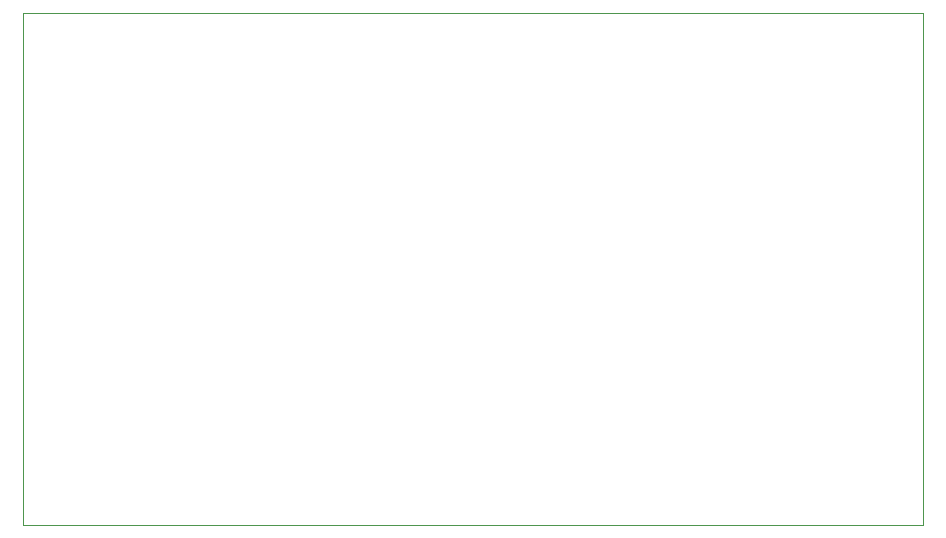
<source format=gbr>
%TF.GenerationSoftware,KiCad,Pcbnew,(6.0.0)*%
%TF.CreationDate,2022-01-31T18:57:51-05:00*%
%TF.ProjectId,PID_electronics,5049445f-656c-4656-9374-726f6e696373,rev?*%
%TF.SameCoordinates,Original*%
%TF.FileFunction,Profile,NP*%
%FSLAX46Y46*%
G04 Gerber Fmt 4.6, Leading zero omitted, Abs format (unit mm)*
G04 Created by KiCad (PCBNEW (6.0.0)) date 2022-01-31 18:57:51*
%MOMM*%
%LPD*%
G01*
G04 APERTURE LIST*
%TA.AperFunction,Profile*%
%ADD10C,0.100000*%
%TD*%
G04 APERTURE END LIST*
D10*
X83845400Y-71196200D02*
X83820000Y-114477800D01*
X160020000Y-114477800D02*
X83820000Y-114477800D01*
X160045400Y-71145400D02*
X160020000Y-114477800D01*
X83845400Y-71196200D02*
X160045400Y-71145400D01*
M02*

</source>
